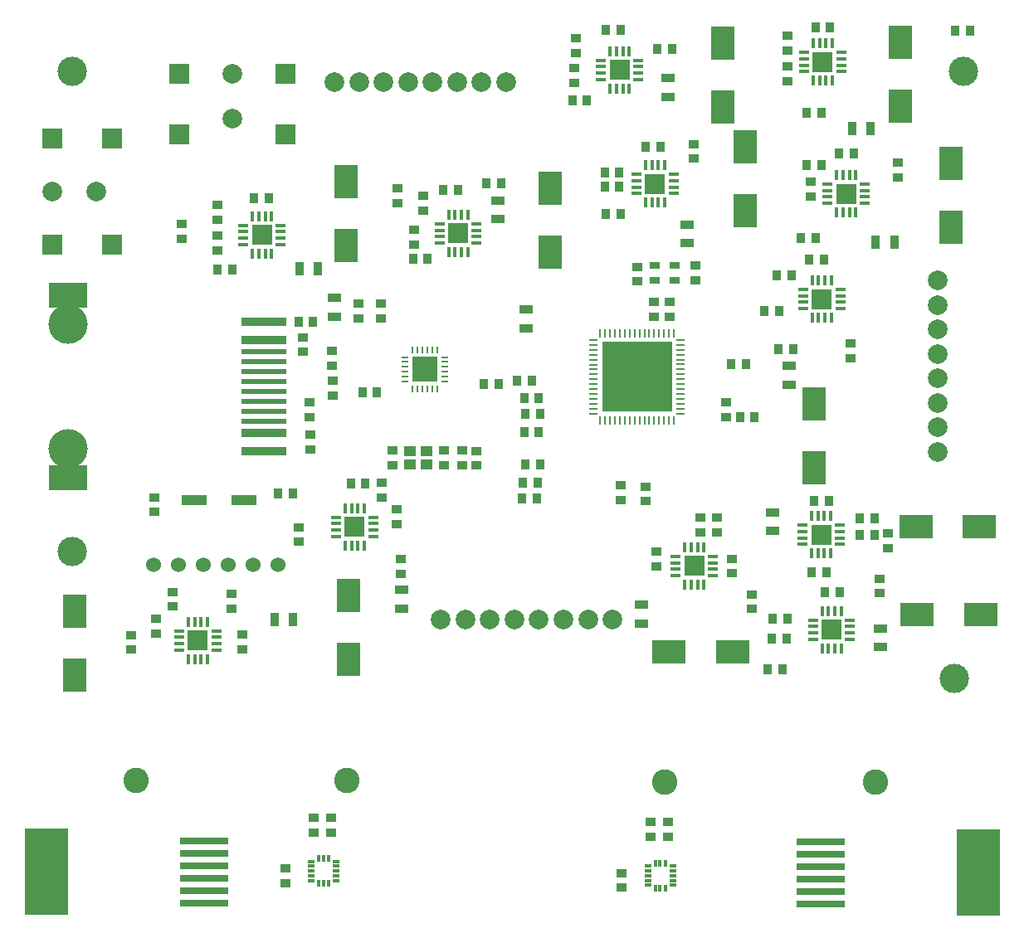
<source format=gts>
G04 (created by PCBNEW (2013-07-07 BZR 4022)-stable) date 9/11/2014 11:21:24 AM*
%MOIN*%
G04 Gerber Fmt 3.4, Leading zero omitted, Abs format*
%FSLAX34Y34*%
G01*
G70*
G90*
G04 APERTURE LIST*
%ADD10C,0.00590551*%
%ADD11R,0.0314961X0.011811*%
%ADD12R,0.011811X0.0314961*%
%ADD13C,0.102362*%
%ADD14R,0.19685X0.0299213*%
%ADD15R,0.177165X0.346457*%
%ADD16R,0.0394X0.0354*%
%ADD17R,0.181102X0.0318898*%
%ADD18R,0.181102X0.0240157*%
%ADD19C,0.15748*%
%ADD20R,0.153543X0.0984252*%
%ADD21C,0.0787*%
%ADD22R,0.0787X0.0787*%
%ADD23R,0.0826772X0.0826772*%
%ADD24R,0.0137795X0.0393701*%
%ADD25R,0.0393701X0.0137795*%
%ADD26R,0.0472441X0.0433071*%
%ADD27C,0.06*%
%ADD28R,0.1X0.039*%
%ADD29C,0.0787402*%
%ADD30C,0.11811*%
%ADD31R,0.0393701X0.0314961*%
%ADD32R,0.0984X0.0984*%
%ADD33O,0.0098X0.0315*%
%ADD34O,0.0315X0.0098*%
%ADD35R,0.00984252X0.0334646*%
%ADD36R,0.0334646X0.00984252*%
%ADD37R,0.281496X0.281496*%
%ADD38R,0.055X0.035*%
%ADD39R,0.0354X0.0394*%
%ADD40R,0.035X0.055*%
%ADD41R,0.1378X0.0945*%
%ADD42R,0.0945X0.1378*%
G04 APERTURE END LIST*
G54D10*
G54D11*
X58956Y-55354D03*
X58956Y-55157D03*
X59960Y-55157D03*
X58956Y-55549D03*
X58956Y-55748D03*
X58956Y-55944D03*
G54D12*
X59261Y-56053D03*
X59444Y-56053D03*
X59655Y-56053D03*
G54D11*
X59960Y-55944D03*
X59960Y-55748D03*
X59960Y-55549D03*
X59960Y-55354D03*
G54D12*
X59655Y-55049D03*
X59452Y-55049D03*
X59261Y-55049D03*
G54D13*
X68110Y-51811D03*
X59645Y-51811D03*
G54D14*
X65905Y-54183D03*
X65905Y-55183D03*
X65905Y-56183D03*
X65905Y-55683D03*
X65905Y-56683D03*
X65905Y-54683D03*
G54D15*
X72224Y-55433D03*
G54D16*
X57913Y-56044D03*
X57913Y-55452D03*
X59763Y-53996D03*
X59763Y-53404D03*
X59055Y-53996D03*
X59055Y-53404D03*
G54D11*
X45433Y-55177D03*
X45433Y-54980D03*
X46437Y-54980D03*
X45433Y-55372D03*
X45433Y-55570D03*
X45433Y-55767D03*
G54D12*
X45738Y-55875D03*
X45921Y-55875D03*
X46131Y-55875D03*
G54D11*
X46437Y-55767D03*
X46437Y-55570D03*
X46437Y-55372D03*
X46437Y-55177D03*
G54D12*
X46131Y-54872D03*
X45929Y-54872D03*
X45738Y-54872D03*
G54D13*
X46870Y-51732D03*
X38405Y-51732D03*
G54D14*
X41122Y-56663D03*
X41122Y-55663D03*
X41122Y-54663D03*
X41122Y-55163D03*
X41122Y-54163D03*
X41122Y-56163D03*
G54D15*
X34803Y-55413D03*
G54D16*
X44389Y-55866D03*
X44389Y-55274D03*
X46240Y-53819D03*
X46240Y-53227D03*
X45531Y-53819D03*
X45531Y-53227D03*
G54D17*
X43523Y-33291D03*
X43523Y-34015D03*
G54D18*
X43523Y-34488D03*
X43523Y-34889D03*
X43523Y-35692D03*
X43523Y-37291D03*
X43523Y-36488D03*
G54D17*
X43523Y-38488D03*
X43523Y-37763D03*
G54D18*
X43523Y-36090D03*
X43523Y-36889D03*
G54D19*
X35681Y-38389D03*
X35681Y-33389D03*
G54D18*
X43523Y-35291D03*
G54D20*
X35681Y-32228D03*
X35681Y-39551D03*
G54D21*
X36811Y-28070D03*
G54D22*
X35039Y-25940D03*
X37441Y-25940D03*
X35039Y-30202D03*
X37441Y-30202D03*
G54D21*
X35039Y-28070D03*
G54D23*
X59251Y-27755D03*
G54D24*
X58868Y-28503D03*
X59124Y-28503D03*
X59379Y-28503D03*
X59635Y-28503D03*
G54D25*
X60000Y-28139D03*
X60000Y-27883D03*
X60000Y-27627D03*
X60000Y-27372D03*
G54D24*
X59635Y-27007D03*
X59379Y-27007D03*
X59124Y-27007D03*
X58868Y-27007D03*
G54D25*
X58503Y-27372D03*
X58503Y-27627D03*
X58503Y-27883D03*
X58503Y-28139D03*
G54D23*
X65984Y-22854D03*
G54D24*
X65600Y-23602D03*
X65856Y-23602D03*
X66112Y-23602D03*
X66368Y-23602D03*
G54D25*
X66732Y-23238D03*
X66732Y-22982D03*
X66732Y-22726D03*
X66732Y-22470D03*
G54D24*
X66368Y-22106D03*
X66112Y-22106D03*
X65856Y-22106D03*
X65600Y-22106D03*
G54D25*
X65236Y-22470D03*
X65236Y-22726D03*
X65236Y-22982D03*
X65236Y-23238D03*
G54D23*
X65925Y-41860D03*
G54D24*
X66309Y-41112D03*
X66053Y-41112D03*
X65797Y-41112D03*
X65541Y-41112D03*
G54D25*
X65177Y-41476D03*
X65177Y-41732D03*
X65177Y-41988D03*
X65177Y-42244D03*
G54D24*
X65541Y-42608D03*
X65797Y-42608D03*
X66053Y-42608D03*
X66309Y-42608D03*
G54D25*
X66673Y-42244D03*
X66673Y-41988D03*
X66673Y-41732D03*
X66673Y-41476D03*
G54D23*
X57834Y-23169D03*
G54D24*
X57450Y-23917D03*
X57706Y-23917D03*
X57962Y-23917D03*
X58218Y-23917D03*
G54D25*
X58582Y-23553D03*
X58582Y-23297D03*
X58582Y-23041D03*
X58582Y-22785D03*
G54D24*
X58218Y-22421D03*
X57962Y-22421D03*
X57706Y-22421D03*
X57450Y-22421D03*
G54D25*
X57086Y-22785D03*
X57086Y-23041D03*
X57086Y-23297D03*
X57086Y-23553D03*
G54D23*
X51338Y-29744D03*
G54D24*
X50954Y-30492D03*
X51210Y-30492D03*
X51466Y-30492D03*
X51722Y-30492D03*
G54D25*
X52086Y-30127D03*
X52086Y-29872D03*
X52086Y-29616D03*
X52086Y-29360D03*
G54D24*
X51722Y-28996D03*
X51466Y-28996D03*
X51210Y-28996D03*
X50954Y-28996D03*
G54D25*
X50590Y-29360D03*
X50590Y-29616D03*
X50590Y-29872D03*
X50590Y-30127D03*
G54D23*
X43464Y-29803D03*
G54D24*
X43080Y-30551D03*
X43336Y-30551D03*
X43592Y-30551D03*
X43848Y-30551D03*
G54D25*
X44212Y-30187D03*
X44212Y-29931D03*
X44212Y-29675D03*
X44212Y-29419D03*
G54D24*
X43848Y-29055D03*
X43592Y-29055D03*
X43336Y-29055D03*
X43080Y-29055D03*
G54D25*
X42716Y-29419D03*
X42716Y-29675D03*
X42716Y-29931D03*
X42716Y-30187D03*
G54D23*
X60826Y-43110D03*
G54D25*
X60078Y-42726D03*
X60078Y-42982D03*
X60078Y-43238D03*
X60078Y-43494D03*
G54D24*
X60442Y-43858D03*
X60698Y-43858D03*
X60954Y-43858D03*
X61210Y-43858D03*
G54D25*
X61574Y-43494D03*
X61574Y-43238D03*
X61574Y-42982D03*
X61574Y-42726D03*
G54D24*
X61210Y-42362D03*
X60954Y-42362D03*
X60698Y-42362D03*
X60442Y-42362D03*
G54D23*
X66929Y-28149D03*
G54D24*
X66545Y-28897D03*
X66801Y-28897D03*
X67057Y-28897D03*
X67312Y-28897D03*
G54D25*
X67677Y-28533D03*
X67677Y-28277D03*
X67677Y-28021D03*
X67677Y-27765D03*
G54D24*
X67312Y-27401D03*
X67057Y-27401D03*
X66801Y-27401D03*
X66545Y-27401D03*
G54D25*
X66181Y-27765D03*
X66181Y-28021D03*
X66181Y-28277D03*
X66181Y-28533D03*
G54D23*
X40885Y-46102D03*
G54D25*
X40137Y-45718D03*
X40137Y-45974D03*
X40137Y-46230D03*
X40137Y-46486D03*
G54D24*
X40501Y-46850D03*
X40757Y-46850D03*
X41013Y-46850D03*
X41269Y-46850D03*
G54D25*
X41633Y-46486D03*
X41633Y-46230D03*
X41633Y-45974D03*
X41633Y-45718D03*
G54D24*
X41269Y-45354D03*
X41013Y-45354D03*
X40757Y-45354D03*
X40501Y-45354D03*
G54D23*
X66338Y-45669D03*
G54D24*
X65954Y-46417D03*
X66210Y-46417D03*
X66466Y-46417D03*
X66722Y-46417D03*
G54D25*
X67086Y-46053D03*
X67086Y-45797D03*
X67086Y-45541D03*
X67086Y-45285D03*
G54D24*
X66722Y-44921D03*
X66466Y-44921D03*
X66210Y-44921D03*
X65954Y-44921D03*
G54D25*
X65590Y-45285D03*
X65590Y-45541D03*
X65590Y-45797D03*
X65590Y-46053D03*
G54D23*
X65944Y-32381D03*
G54D24*
X65561Y-33129D03*
X65816Y-33129D03*
X66072Y-33129D03*
X66328Y-33129D03*
G54D25*
X66692Y-32765D03*
X66692Y-32509D03*
X66692Y-32253D03*
X66692Y-31998D03*
G54D24*
X66328Y-31633D03*
X66072Y-31633D03*
X65816Y-31633D03*
X65561Y-31633D03*
G54D25*
X65196Y-31998D03*
X65196Y-32253D03*
X65196Y-32509D03*
X65196Y-32765D03*
G54D23*
X47185Y-41535D03*
G54D25*
X46437Y-41151D03*
X46437Y-41407D03*
X46437Y-41663D03*
X46437Y-41919D03*
G54D24*
X46801Y-42283D03*
X47057Y-42283D03*
X47312Y-42283D03*
X47568Y-42283D03*
G54D25*
X47933Y-41919D03*
X47933Y-41663D03*
X47933Y-41407D03*
X47933Y-41151D03*
G54D24*
X47568Y-40787D03*
X47312Y-40787D03*
X47057Y-40787D03*
X46801Y-40787D03*
G54D26*
X50059Y-38484D03*
X49389Y-38484D03*
X50059Y-39035D03*
X49389Y-39035D03*
G54D27*
X43106Y-43074D03*
X44106Y-43076D03*
X39114Y-43074D03*
X40114Y-43076D03*
X42110Y-43076D03*
X41110Y-43074D03*
G54D28*
X40732Y-40472D03*
X42732Y-40472D03*
G54D21*
X42283Y-25118D03*
G54D22*
X44413Y-23346D03*
X44413Y-25748D03*
X40151Y-23346D03*
X40151Y-25748D03*
G54D21*
X42283Y-23346D03*
G54D29*
X70610Y-35570D03*
X70610Y-36555D03*
X70610Y-32618D03*
X70610Y-31633D03*
X70610Y-33602D03*
X70610Y-34586D03*
X70610Y-38523D03*
X70610Y-37539D03*
X53602Y-45255D03*
X52618Y-45255D03*
X56555Y-45255D03*
X57539Y-45255D03*
X55570Y-45255D03*
X54586Y-45255D03*
X50649Y-45255D03*
X51633Y-45255D03*
X50314Y-23661D03*
X51299Y-23661D03*
X47362Y-23661D03*
X46377Y-23661D03*
X48346Y-23661D03*
X49330Y-23661D03*
X53267Y-23661D03*
X52283Y-23661D03*
G54D30*
X35826Y-42519D03*
X35826Y-23228D03*
X71653Y-23228D03*
G54D31*
X59251Y-31633D03*
X60039Y-31633D03*
X59251Y-31043D03*
X60039Y-31043D03*
G54D32*
X50003Y-35208D03*
G54D33*
X49511Y-35995D03*
X49708Y-35995D03*
X49905Y-35995D03*
X50101Y-35995D03*
X50298Y-35995D03*
X50495Y-35995D03*
G54D34*
X50790Y-35700D03*
X50790Y-35503D03*
X50790Y-35306D03*
X50790Y-35110D03*
X50790Y-34913D03*
X50790Y-34716D03*
G54D33*
X50495Y-34421D03*
X50298Y-34421D03*
X50101Y-34421D03*
X49905Y-34421D03*
X49708Y-34421D03*
X49511Y-34421D03*
G54D34*
X49216Y-34716D03*
X49216Y-34913D03*
X49216Y-35110D03*
X49216Y-35306D03*
X49216Y-35503D03*
X49216Y-35700D03*
G54D35*
X59807Y-37259D03*
X60003Y-37259D03*
X58625Y-37259D03*
X58822Y-37259D03*
X59216Y-37259D03*
X59019Y-37259D03*
X59610Y-37259D03*
X59413Y-37259D03*
X57838Y-37259D03*
X58035Y-37259D03*
X58429Y-37259D03*
X58232Y-37259D03*
X57444Y-37259D03*
X57641Y-37259D03*
X57248Y-37259D03*
X57051Y-37259D03*
G54D36*
X56775Y-36984D03*
X56775Y-36787D03*
X56775Y-36393D03*
X56775Y-36590D03*
X56775Y-35803D03*
X56775Y-35606D03*
X56775Y-36000D03*
X56775Y-36196D03*
X56775Y-34622D03*
X56775Y-34425D03*
X56775Y-35015D03*
X56775Y-34818D03*
X56775Y-35212D03*
X56775Y-35409D03*
X56775Y-34031D03*
X56775Y-34228D03*
G54D35*
X57051Y-33755D03*
X57248Y-33755D03*
X57641Y-33755D03*
X57444Y-33755D03*
X58232Y-33755D03*
X58429Y-33755D03*
X58035Y-33755D03*
X57838Y-33755D03*
X59413Y-33755D03*
X59610Y-33755D03*
X59019Y-33755D03*
X59216Y-33755D03*
X58822Y-33755D03*
X58625Y-33755D03*
X60003Y-33755D03*
X59807Y-33755D03*
G54D36*
X60279Y-34228D03*
X60279Y-34031D03*
X60279Y-35409D03*
X60279Y-35212D03*
X60279Y-34818D03*
X60279Y-35007D03*
X60279Y-34425D03*
X60279Y-34622D03*
X60279Y-36196D03*
X60279Y-36000D03*
X60279Y-35606D03*
X60279Y-35803D03*
X60279Y-36590D03*
X60279Y-36393D03*
X60279Y-36787D03*
X60279Y-36984D03*
G54D37*
X58527Y-35507D03*
G54D38*
X54055Y-33563D03*
X54055Y-32813D03*
G54D30*
X71259Y-47637D03*
G54D39*
X47491Y-36114D03*
X48083Y-36114D03*
X54626Y-39035D03*
X54034Y-39035D03*
X54528Y-39763D03*
X53936Y-39763D03*
X54508Y-40393D03*
X53916Y-40393D03*
X54587Y-36377D03*
X53995Y-36377D03*
X54626Y-37007D03*
X54034Y-37007D03*
X54587Y-37716D03*
X53995Y-37716D03*
G54D16*
X46283Y-35051D03*
X46283Y-34459D03*
X46291Y-35664D03*
X46291Y-36256D03*
X45385Y-37134D03*
X45385Y-36542D03*
X45405Y-37822D03*
X45405Y-38414D03*
G54D39*
X44693Y-40208D03*
X44101Y-40208D03*
G54D16*
X57874Y-39861D03*
X57874Y-40453D03*
G54D39*
X45516Y-33295D03*
X44924Y-33295D03*
G54D16*
X45106Y-34512D03*
X45106Y-33920D03*
G54D39*
X62656Y-37125D03*
X63248Y-37125D03*
X57855Y-28976D03*
X57263Y-28976D03*
X57815Y-27874D03*
X57223Y-27874D03*
X56516Y-24389D03*
X55924Y-24389D03*
X50118Y-30767D03*
X49526Y-30767D03*
G54D16*
X56003Y-23089D03*
X56003Y-23681D03*
G54D39*
X42264Y-31200D03*
X41672Y-31200D03*
G54D16*
X49586Y-29605D03*
X49586Y-30197D03*
X41673Y-29841D03*
X41673Y-30433D03*
G54D39*
X64370Y-47263D03*
X63778Y-47263D03*
X64528Y-46043D03*
X63936Y-46043D03*
X65629Y-40501D03*
X66221Y-40501D03*
X67479Y-41181D03*
X68071Y-41181D03*
G54D16*
X61062Y-41752D03*
X61062Y-41160D03*
X59291Y-43130D03*
X59291Y-42538D03*
G54D39*
X47026Y-39803D03*
X47618Y-39803D03*
G54D16*
X44940Y-42146D03*
X44940Y-41554D03*
X39881Y-44744D03*
X39881Y-44152D03*
X39192Y-45837D03*
X39192Y-45245D03*
G54D39*
X65925Y-24901D03*
X65333Y-24901D03*
G54D16*
X64586Y-23030D03*
X64586Y-23622D03*
X65492Y-28248D03*
X65492Y-27656D03*
G54D39*
X64803Y-34389D03*
X64211Y-34389D03*
X64233Y-32854D03*
X63641Y-32854D03*
X65709Y-29921D03*
X65117Y-29921D03*
G54D38*
X46377Y-32341D03*
X46377Y-33091D03*
G54D40*
X44705Y-45275D03*
X43955Y-45275D03*
G54D38*
X64625Y-35077D03*
X64625Y-35827D03*
X68307Y-45628D03*
X68307Y-46378D03*
X63956Y-41713D03*
X63956Y-40963D03*
G54D40*
X67164Y-25531D03*
X67914Y-25531D03*
G54D38*
X49055Y-44073D03*
X49055Y-44823D03*
X58700Y-44664D03*
X58700Y-45414D03*
G54D40*
X68109Y-30098D03*
X68859Y-30098D03*
G54D38*
X52933Y-28424D03*
X52933Y-29174D03*
G54D40*
X44959Y-31161D03*
X45709Y-31161D03*
G54D38*
X60551Y-29388D03*
X60551Y-30138D03*
X59763Y-23502D03*
X59763Y-24252D03*
G54D39*
X52973Y-35787D03*
X52381Y-35787D03*
G54D16*
X47322Y-32578D03*
X47322Y-33170D03*
X51496Y-39055D03*
X51496Y-38463D03*
X52086Y-39075D03*
X52086Y-38483D03*
X50787Y-39055D03*
X50787Y-38463D03*
X48720Y-39055D03*
X48720Y-38463D03*
X48228Y-32578D03*
X48228Y-33170D03*
X62106Y-36534D03*
X62106Y-37126D03*
G54D39*
X53719Y-35669D03*
X54311Y-35669D03*
X62894Y-35000D03*
X62302Y-35000D03*
G54D16*
X59842Y-32499D03*
X59842Y-33091D03*
X58533Y-31081D03*
X58533Y-31673D03*
X60866Y-31614D03*
X60866Y-31022D03*
X59212Y-32499D03*
X59212Y-33091D03*
X58877Y-39920D03*
X58877Y-40512D03*
X40236Y-29961D03*
X40236Y-29369D03*
X39153Y-40945D03*
X39153Y-40353D03*
X48897Y-28524D03*
X48897Y-27932D03*
X60807Y-26742D03*
X60807Y-26150D03*
G54D39*
X66654Y-44173D03*
X66062Y-44173D03*
G54D16*
X62322Y-43406D03*
X62322Y-42814D03*
X68287Y-44213D03*
X68287Y-43621D03*
G54D39*
X64567Y-45216D03*
X63975Y-45216D03*
G54D16*
X63149Y-44843D03*
X63149Y-44251D03*
G54D39*
X43740Y-28346D03*
X43148Y-28346D03*
X67479Y-41870D03*
X68071Y-41870D03*
G54D16*
X61732Y-41752D03*
X61732Y-41160D03*
X68612Y-41790D03*
X68612Y-42382D03*
X48858Y-41437D03*
X48858Y-40845D03*
X48267Y-40355D03*
X48267Y-39763D03*
X49035Y-43425D03*
X49035Y-42833D03*
X42667Y-46457D03*
X42667Y-45865D03*
X42234Y-44833D03*
X42234Y-44241D03*
X38188Y-45885D03*
X38188Y-46477D03*
X41673Y-29193D03*
X41673Y-28601D03*
G54D39*
X51339Y-28011D03*
X50747Y-28011D03*
G54D16*
X49940Y-28819D03*
X49940Y-28227D03*
G54D39*
X53071Y-27746D03*
X52479Y-27746D03*
X57855Y-21574D03*
X57263Y-21574D03*
G54D16*
X56062Y-22500D03*
X56062Y-21908D03*
G54D39*
X59931Y-22322D03*
X59339Y-22322D03*
X59469Y-26259D03*
X58877Y-26259D03*
X57815Y-27283D03*
X57223Y-27283D03*
X66280Y-21456D03*
X65688Y-21456D03*
G54D16*
X64566Y-21790D03*
X64566Y-22382D03*
G54D39*
X71890Y-21594D03*
X71298Y-21594D03*
X65550Y-43366D03*
X66142Y-43366D03*
X67244Y-26535D03*
X66652Y-26535D03*
G54D16*
X67106Y-34764D03*
X67106Y-34172D03*
G54D39*
X64744Y-31437D03*
X64152Y-31437D03*
X66044Y-30807D03*
X65452Y-30807D03*
G54D16*
X69015Y-27490D03*
X69015Y-26898D03*
G54D39*
X65945Y-26988D03*
X65353Y-26988D03*
G54D41*
X72342Y-45078D03*
X69782Y-45078D03*
G54D42*
X71122Y-26928D03*
X71122Y-29488D03*
X46929Y-46870D03*
X46929Y-44310D03*
X69094Y-22066D03*
X69094Y-24626D03*
G54D41*
X62362Y-46555D03*
X59802Y-46555D03*
X72283Y-41515D03*
X69723Y-41515D03*
G54D42*
X35944Y-47480D03*
X35944Y-44920D03*
X65629Y-36613D03*
X65629Y-39173D03*
X61968Y-22105D03*
X61968Y-24665D03*
X55039Y-27932D03*
X55039Y-30492D03*
X62874Y-26279D03*
X62874Y-28839D03*
X46830Y-27676D03*
X46830Y-30236D03*
M02*

</source>
